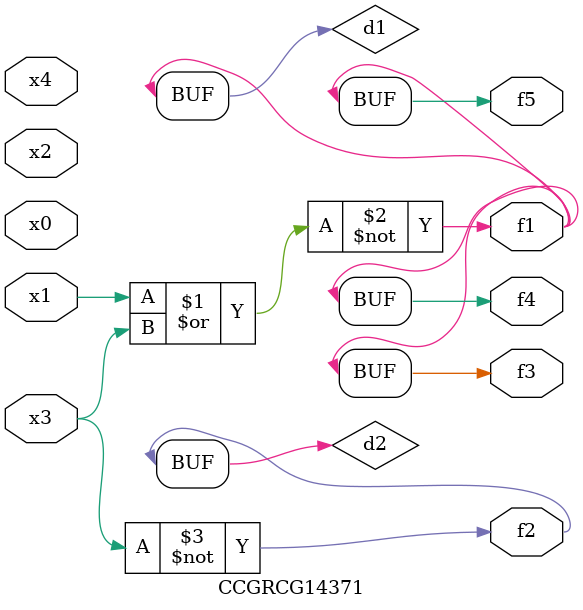
<source format=v>
module CCGRCG14371(
	input x0, x1, x2, x3, x4,
	output f1, f2, f3, f4, f5
);

	wire d1, d2;

	nor (d1, x1, x3);
	not (d2, x3);
	assign f1 = d1;
	assign f2 = d2;
	assign f3 = d1;
	assign f4 = d1;
	assign f5 = d1;
endmodule

</source>
